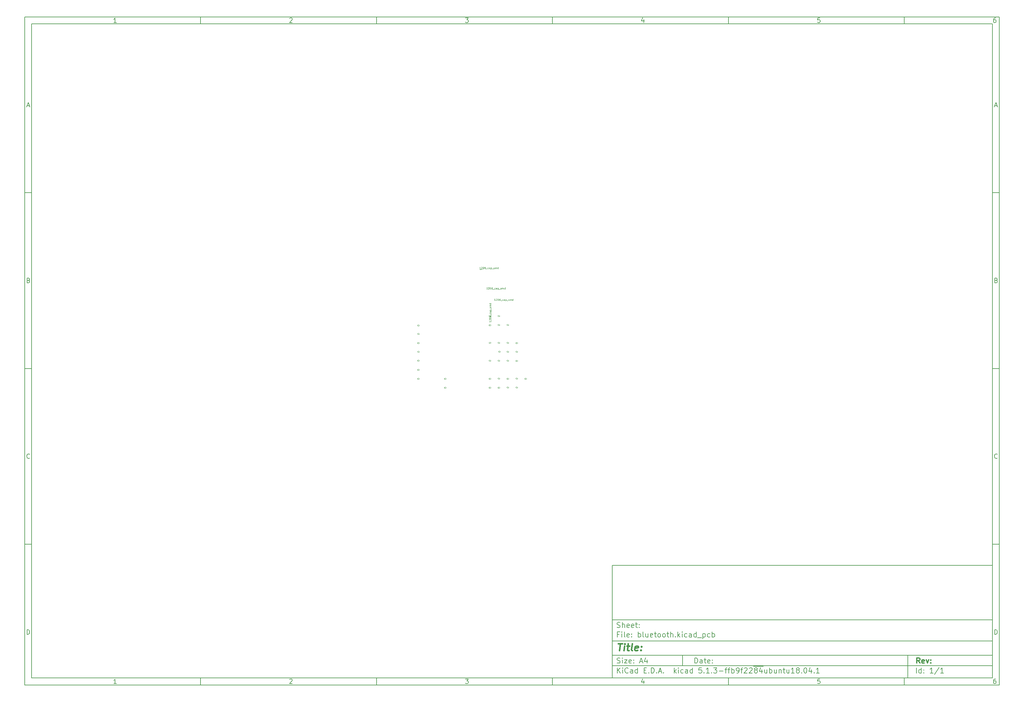
<source format=gbr>
%TF.GenerationSoftware,KiCad,Pcbnew,5.1.3-ffb9f22~84~ubuntu18.04.1*%
%TF.CreationDate,2019-07-25T20:13:38+03:00*%
%TF.ProjectId,bluetooth,626c7565-746f-46f7-9468-2e6b69636164,rev?*%
%TF.SameCoordinates,Original*%
%TF.FileFunction,Other,Fab,Top*%
%FSLAX45Y45*%
G04 Gerber Fmt 4.5, Leading zero omitted, Abs format (unit mm)*
G04 Created by KiCad (PCBNEW 5.1.3-ffb9f22~84~ubuntu18.04.1) date 2019-07-25 20:13:38*
%MOMM*%
%LPD*%
G04 APERTURE LIST*
%ADD10C,0.100000*%
%ADD11C,0.150000*%
%ADD12C,0.300000*%
%ADD13C,0.400000*%
%ADD14C,0.010000*%
G04 APERTURE END LIST*
D10*
D11*
X17700220Y-16600720D02*
X17700220Y-19800720D01*
X28500220Y-19800720D01*
X28500220Y-16600720D01*
X17700220Y-16600720D01*
D10*
D11*
X1000000Y-1000000D02*
X1000000Y-20000720D01*
X28700220Y-20000720D01*
X28700220Y-1000000D01*
X1000000Y-1000000D01*
D10*
D11*
X1200000Y-1200000D02*
X1200000Y-19800720D01*
X28500220Y-19800720D01*
X28500220Y-1200000D01*
X1200000Y-1200000D01*
D10*
D11*
X6000000Y-1200000D02*
X6000000Y-1000000D01*
D10*
D11*
X11000000Y-1200000D02*
X11000000Y-1000000D01*
D10*
D11*
X16000000Y-1200000D02*
X16000000Y-1000000D01*
D10*
D11*
X21000000Y-1200000D02*
X21000000Y-1000000D01*
D10*
D11*
X26000000Y-1200000D02*
X26000000Y-1000000D01*
D10*
D11*
X3606548Y-1158810D02*
X3532262Y-1158810D01*
X3569405Y-1158810D02*
X3569405Y-1028809D01*
X3557024Y-1047381D01*
X3544643Y-1059762D01*
X3532262Y-1065952D01*
D10*
D11*
X8532262Y-1041190D02*
X8538452Y-1035000D01*
X8550833Y-1028809D01*
X8581786Y-1028809D01*
X8594167Y-1035000D01*
X8600357Y-1041190D01*
X8606548Y-1053571D01*
X8606548Y-1065952D01*
X8600357Y-1084524D01*
X8526071Y-1158810D01*
X8606548Y-1158810D01*
D10*
D11*
X13526071Y-1028809D02*
X13606548Y-1028809D01*
X13563214Y-1078333D01*
X13581786Y-1078333D01*
X13594167Y-1084524D01*
X13600357Y-1090714D01*
X13606548Y-1103095D01*
X13606548Y-1134048D01*
X13600357Y-1146429D01*
X13594167Y-1152619D01*
X13581786Y-1158810D01*
X13544643Y-1158810D01*
X13532262Y-1152619D01*
X13526071Y-1146429D01*
D10*
D11*
X18594167Y-1072143D02*
X18594167Y-1158810D01*
X18563214Y-1022619D02*
X18532262Y-1115476D01*
X18612738Y-1115476D01*
D10*
D11*
X23600357Y-1028809D02*
X23538452Y-1028809D01*
X23532262Y-1090714D01*
X23538452Y-1084524D01*
X23550833Y-1078333D01*
X23581786Y-1078333D01*
X23594167Y-1084524D01*
X23600357Y-1090714D01*
X23606548Y-1103095D01*
X23606548Y-1134048D01*
X23600357Y-1146429D01*
X23594167Y-1152619D01*
X23581786Y-1158810D01*
X23550833Y-1158810D01*
X23538452Y-1152619D01*
X23532262Y-1146429D01*
D10*
D11*
X28594167Y-1028809D02*
X28569405Y-1028809D01*
X28557024Y-1035000D01*
X28550833Y-1041190D01*
X28538452Y-1059762D01*
X28532262Y-1084524D01*
X28532262Y-1134048D01*
X28538452Y-1146429D01*
X28544643Y-1152619D01*
X28557024Y-1158810D01*
X28581786Y-1158810D01*
X28594167Y-1152619D01*
X28600357Y-1146429D01*
X28606548Y-1134048D01*
X28606548Y-1103095D01*
X28600357Y-1090714D01*
X28594167Y-1084524D01*
X28581786Y-1078333D01*
X28557024Y-1078333D01*
X28544643Y-1084524D01*
X28538452Y-1090714D01*
X28532262Y-1103095D01*
D10*
D11*
X6000000Y-19800720D02*
X6000000Y-20000720D01*
D10*
D11*
X11000000Y-19800720D02*
X11000000Y-20000720D01*
D10*
D11*
X16000000Y-19800720D02*
X16000000Y-20000720D01*
D10*
D11*
X21000000Y-19800720D02*
X21000000Y-20000720D01*
D10*
D11*
X26000000Y-19800720D02*
X26000000Y-20000720D01*
D10*
D11*
X3606548Y-19959530D02*
X3532262Y-19959530D01*
X3569405Y-19959530D02*
X3569405Y-19829530D01*
X3557024Y-19848101D01*
X3544643Y-19860482D01*
X3532262Y-19866672D01*
D10*
D11*
X8532262Y-19841910D02*
X8538452Y-19835720D01*
X8550833Y-19829530D01*
X8581786Y-19829530D01*
X8594167Y-19835720D01*
X8600357Y-19841910D01*
X8606548Y-19854291D01*
X8606548Y-19866672D01*
X8600357Y-19885244D01*
X8526071Y-19959530D01*
X8606548Y-19959530D01*
D10*
D11*
X13526071Y-19829530D02*
X13606548Y-19829530D01*
X13563214Y-19879053D01*
X13581786Y-19879053D01*
X13594167Y-19885244D01*
X13600357Y-19891434D01*
X13606548Y-19903815D01*
X13606548Y-19934768D01*
X13600357Y-19947149D01*
X13594167Y-19953339D01*
X13581786Y-19959530D01*
X13544643Y-19959530D01*
X13532262Y-19953339D01*
X13526071Y-19947149D01*
D10*
D11*
X18594167Y-19872863D02*
X18594167Y-19959530D01*
X18563214Y-19823339D02*
X18532262Y-19916196D01*
X18612738Y-19916196D01*
D10*
D11*
X23600357Y-19829530D02*
X23538452Y-19829530D01*
X23532262Y-19891434D01*
X23538452Y-19885244D01*
X23550833Y-19879053D01*
X23581786Y-19879053D01*
X23594167Y-19885244D01*
X23600357Y-19891434D01*
X23606548Y-19903815D01*
X23606548Y-19934768D01*
X23600357Y-19947149D01*
X23594167Y-19953339D01*
X23581786Y-19959530D01*
X23550833Y-19959530D01*
X23538452Y-19953339D01*
X23532262Y-19947149D01*
D10*
D11*
X28594167Y-19829530D02*
X28569405Y-19829530D01*
X28557024Y-19835720D01*
X28550833Y-19841910D01*
X28538452Y-19860482D01*
X28532262Y-19885244D01*
X28532262Y-19934768D01*
X28538452Y-19947149D01*
X28544643Y-19953339D01*
X28557024Y-19959530D01*
X28581786Y-19959530D01*
X28594167Y-19953339D01*
X28600357Y-19947149D01*
X28606548Y-19934768D01*
X28606548Y-19903815D01*
X28600357Y-19891434D01*
X28594167Y-19885244D01*
X28581786Y-19879053D01*
X28557024Y-19879053D01*
X28544643Y-19885244D01*
X28538452Y-19891434D01*
X28532262Y-19903815D01*
D10*
D11*
X1000000Y-6000000D02*
X1200000Y-6000000D01*
D10*
D11*
X1000000Y-11000000D02*
X1200000Y-11000000D01*
D10*
D11*
X1000000Y-16000000D02*
X1200000Y-16000000D01*
D10*
D11*
X1069048Y-3521667D02*
X1130952Y-3521667D01*
X1056667Y-3558809D02*
X1100000Y-3428809D01*
X1143333Y-3558809D01*
D10*
D11*
X1109286Y-8490714D02*
X1127857Y-8496905D01*
X1134048Y-8503095D01*
X1140238Y-8515476D01*
X1140238Y-8534048D01*
X1134048Y-8546429D01*
X1127857Y-8552619D01*
X1115476Y-8558810D01*
X1065952Y-8558810D01*
X1065952Y-8428810D01*
X1109286Y-8428810D01*
X1121667Y-8435000D01*
X1127857Y-8441190D01*
X1134048Y-8453571D01*
X1134048Y-8465952D01*
X1127857Y-8478333D01*
X1121667Y-8484524D01*
X1109286Y-8490714D01*
X1065952Y-8490714D01*
D10*
D11*
X1140238Y-13546428D02*
X1134048Y-13552619D01*
X1115476Y-13558809D01*
X1103095Y-13558809D01*
X1084524Y-13552619D01*
X1072143Y-13540238D01*
X1065952Y-13527857D01*
X1059762Y-13503095D01*
X1059762Y-13484524D01*
X1065952Y-13459762D01*
X1072143Y-13447381D01*
X1084524Y-13435000D01*
X1103095Y-13428809D01*
X1115476Y-13428809D01*
X1134048Y-13435000D01*
X1140238Y-13441190D01*
D10*
D11*
X1065952Y-18558810D02*
X1065952Y-18428810D01*
X1096905Y-18428810D01*
X1115476Y-18435000D01*
X1127857Y-18447381D01*
X1134048Y-18459762D01*
X1140238Y-18484524D01*
X1140238Y-18503095D01*
X1134048Y-18527857D01*
X1127857Y-18540238D01*
X1115476Y-18552619D01*
X1096905Y-18558810D01*
X1065952Y-18558810D01*
D10*
D11*
X28700220Y-6000000D02*
X28500220Y-6000000D01*
D10*
D11*
X28700220Y-11000000D02*
X28500220Y-11000000D01*
D10*
D11*
X28700220Y-16000000D02*
X28500220Y-16000000D01*
D10*
D11*
X28569268Y-3521667D02*
X28631172Y-3521667D01*
X28556887Y-3558809D02*
X28600220Y-3428809D01*
X28643553Y-3558809D01*
D10*
D11*
X28609506Y-8490714D02*
X28628077Y-8496905D01*
X28634268Y-8503095D01*
X28640458Y-8515476D01*
X28640458Y-8534048D01*
X28634268Y-8546429D01*
X28628077Y-8552619D01*
X28615696Y-8558810D01*
X28566172Y-8558810D01*
X28566172Y-8428810D01*
X28609506Y-8428810D01*
X28621887Y-8435000D01*
X28628077Y-8441190D01*
X28634268Y-8453571D01*
X28634268Y-8465952D01*
X28628077Y-8478333D01*
X28621887Y-8484524D01*
X28609506Y-8490714D01*
X28566172Y-8490714D01*
D10*
D11*
X28640458Y-13546428D02*
X28634268Y-13552619D01*
X28615696Y-13558809D01*
X28603315Y-13558809D01*
X28584744Y-13552619D01*
X28572363Y-13540238D01*
X28566172Y-13527857D01*
X28559982Y-13503095D01*
X28559982Y-13484524D01*
X28566172Y-13459762D01*
X28572363Y-13447381D01*
X28584744Y-13435000D01*
X28603315Y-13428809D01*
X28615696Y-13428809D01*
X28634268Y-13435000D01*
X28640458Y-13441190D01*
D10*
D11*
X28566172Y-18558810D02*
X28566172Y-18428810D01*
X28597125Y-18428810D01*
X28615696Y-18435000D01*
X28628077Y-18447381D01*
X28634268Y-18459762D01*
X28640458Y-18484524D01*
X28640458Y-18503095D01*
X28634268Y-18527857D01*
X28628077Y-18540238D01*
X28615696Y-18552619D01*
X28597125Y-18558810D01*
X28566172Y-18558810D01*
D10*
D11*
X20043434Y-19378577D02*
X20043434Y-19228577D01*
X20079149Y-19228577D01*
X20100577Y-19235720D01*
X20114863Y-19250006D01*
X20122006Y-19264291D01*
X20129149Y-19292863D01*
X20129149Y-19314291D01*
X20122006Y-19342863D01*
X20114863Y-19357149D01*
X20100577Y-19371434D01*
X20079149Y-19378577D01*
X20043434Y-19378577D01*
X20257720Y-19378577D02*
X20257720Y-19300006D01*
X20250577Y-19285720D01*
X20236291Y-19278577D01*
X20207720Y-19278577D01*
X20193434Y-19285720D01*
X20257720Y-19371434D02*
X20243434Y-19378577D01*
X20207720Y-19378577D01*
X20193434Y-19371434D01*
X20186291Y-19357149D01*
X20186291Y-19342863D01*
X20193434Y-19328577D01*
X20207720Y-19321434D01*
X20243434Y-19321434D01*
X20257720Y-19314291D01*
X20307720Y-19278577D02*
X20364863Y-19278577D01*
X20329149Y-19228577D02*
X20329149Y-19357149D01*
X20336291Y-19371434D01*
X20350577Y-19378577D01*
X20364863Y-19378577D01*
X20472006Y-19371434D02*
X20457720Y-19378577D01*
X20429149Y-19378577D01*
X20414863Y-19371434D01*
X20407720Y-19357149D01*
X20407720Y-19300006D01*
X20414863Y-19285720D01*
X20429149Y-19278577D01*
X20457720Y-19278577D01*
X20472006Y-19285720D01*
X20479149Y-19300006D01*
X20479149Y-19314291D01*
X20407720Y-19328577D01*
X20543434Y-19364291D02*
X20550577Y-19371434D01*
X20543434Y-19378577D01*
X20536291Y-19371434D01*
X20543434Y-19364291D01*
X20543434Y-19378577D01*
X20543434Y-19285720D02*
X20550577Y-19292863D01*
X20543434Y-19300006D01*
X20536291Y-19292863D01*
X20543434Y-19285720D01*
X20543434Y-19300006D01*
D10*
D11*
X17700220Y-19450720D02*
X28500220Y-19450720D01*
D10*
D11*
X17843434Y-19658577D02*
X17843434Y-19508577D01*
X17929149Y-19658577D02*
X17864863Y-19572863D01*
X17929149Y-19508577D02*
X17843434Y-19594291D01*
X17993434Y-19658577D02*
X17993434Y-19558577D01*
X17993434Y-19508577D02*
X17986291Y-19515720D01*
X17993434Y-19522863D01*
X18000577Y-19515720D01*
X17993434Y-19508577D01*
X17993434Y-19522863D01*
X18150577Y-19644291D02*
X18143434Y-19651434D01*
X18122006Y-19658577D01*
X18107720Y-19658577D01*
X18086291Y-19651434D01*
X18072006Y-19637149D01*
X18064863Y-19622863D01*
X18057720Y-19594291D01*
X18057720Y-19572863D01*
X18064863Y-19544291D01*
X18072006Y-19530006D01*
X18086291Y-19515720D01*
X18107720Y-19508577D01*
X18122006Y-19508577D01*
X18143434Y-19515720D01*
X18150577Y-19522863D01*
X18279149Y-19658577D02*
X18279149Y-19580006D01*
X18272006Y-19565720D01*
X18257720Y-19558577D01*
X18229149Y-19558577D01*
X18214863Y-19565720D01*
X18279149Y-19651434D02*
X18264863Y-19658577D01*
X18229149Y-19658577D01*
X18214863Y-19651434D01*
X18207720Y-19637149D01*
X18207720Y-19622863D01*
X18214863Y-19608577D01*
X18229149Y-19601434D01*
X18264863Y-19601434D01*
X18279149Y-19594291D01*
X18414863Y-19658577D02*
X18414863Y-19508577D01*
X18414863Y-19651434D02*
X18400577Y-19658577D01*
X18372006Y-19658577D01*
X18357720Y-19651434D01*
X18350577Y-19644291D01*
X18343434Y-19630006D01*
X18343434Y-19587149D01*
X18350577Y-19572863D01*
X18357720Y-19565720D01*
X18372006Y-19558577D01*
X18400577Y-19558577D01*
X18414863Y-19565720D01*
X18600577Y-19580006D02*
X18650577Y-19580006D01*
X18672006Y-19658577D02*
X18600577Y-19658577D01*
X18600577Y-19508577D01*
X18672006Y-19508577D01*
X18736291Y-19644291D02*
X18743434Y-19651434D01*
X18736291Y-19658577D01*
X18729149Y-19651434D01*
X18736291Y-19644291D01*
X18736291Y-19658577D01*
X18807720Y-19658577D02*
X18807720Y-19508577D01*
X18843434Y-19508577D01*
X18864863Y-19515720D01*
X18879149Y-19530006D01*
X18886291Y-19544291D01*
X18893434Y-19572863D01*
X18893434Y-19594291D01*
X18886291Y-19622863D01*
X18879149Y-19637149D01*
X18864863Y-19651434D01*
X18843434Y-19658577D01*
X18807720Y-19658577D01*
X18957720Y-19644291D02*
X18964863Y-19651434D01*
X18957720Y-19658577D01*
X18950577Y-19651434D01*
X18957720Y-19644291D01*
X18957720Y-19658577D01*
X19022006Y-19615720D02*
X19093434Y-19615720D01*
X19007720Y-19658577D02*
X19057720Y-19508577D01*
X19107720Y-19658577D01*
X19157720Y-19644291D02*
X19164863Y-19651434D01*
X19157720Y-19658577D01*
X19150577Y-19651434D01*
X19157720Y-19644291D01*
X19157720Y-19658577D01*
X19457720Y-19658577D02*
X19457720Y-19508577D01*
X19472006Y-19601434D02*
X19514863Y-19658577D01*
X19514863Y-19558577D02*
X19457720Y-19615720D01*
X19579149Y-19658577D02*
X19579149Y-19558577D01*
X19579149Y-19508577D02*
X19572006Y-19515720D01*
X19579149Y-19522863D01*
X19586291Y-19515720D01*
X19579149Y-19508577D01*
X19579149Y-19522863D01*
X19714863Y-19651434D02*
X19700577Y-19658577D01*
X19672006Y-19658577D01*
X19657720Y-19651434D01*
X19650577Y-19644291D01*
X19643434Y-19630006D01*
X19643434Y-19587149D01*
X19650577Y-19572863D01*
X19657720Y-19565720D01*
X19672006Y-19558577D01*
X19700577Y-19558577D01*
X19714863Y-19565720D01*
X19843434Y-19658577D02*
X19843434Y-19580006D01*
X19836291Y-19565720D01*
X19822006Y-19558577D01*
X19793434Y-19558577D01*
X19779149Y-19565720D01*
X19843434Y-19651434D02*
X19829149Y-19658577D01*
X19793434Y-19658577D01*
X19779149Y-19651434D01*
X19772006Y-19637149D01*
X19772006Y-19622863D01*
X19779149Y-19608577D01*
X19793434Y-19601434D01*
X19829149Y-19601434D01*
X19843434Y-19594291D01*
X19979149Y-19658577D02*
X19979149Y-19508577D01*
X19979149Y-19651434D02*
X19964863Y-19658577D01*
X19936291Y-19658577D01*
X19922006Y-19651434D01*
X19914863Y-19644291D01*
X19907720Y-19630006D01*
X19907720Y-19587149D01*
X19914863Y-19572863D01*
X19922006Y-19565720D01*
X19936291Y-19558577D01*
X19964863Y-19558577D01*
X19979149Y-19565720D01*
X20236291Y-19508577D02*
X20164863Y-19508577D01*
X20157720Y-19580006D01*
X20164863Y-19572863D01*
X20179149Y-19565720D01*
X20214863Y-19565720D01*
X20229149Y-19572863D01*
X20236291Y-19580006D01*
X20243434Y-19594291D01*
X20243434Y-19630006D01*
X20236291Y-19644291D01*
X20229149Y-19651434D01*
X20214863Y-19658577D01*
X20179149Y-19658577D01*
X20164863Y-19651434D01*
X20157720Y-19644291D01*
X20307720Y-19644291D02*
X20314863Y-19651434D01*
X20307720Y-19658577D01*
X20300577Y-19651434D01*
X20307720Y-19644291D01*
X20307720Y-19658577D01*
X20457720Y-19658577D02*
X20372006Y-19658577D01*
X20414863Y-19658577D02*
X20414863Y-19508577D01*
X20400577Y-19530006D01*
X20386291Y-19544291D01*
X20372006Y-19551434D01*
X20522006Y-19644291D02*
X20529149Y-19651434D01*
X20522006Y-19658577D01*
X20514863Y-19651434D01*
X20522006Y-19644291D01*
X20522006Y-19658577D01*
X20579149Y-19508577D02*
X20672006Y-19508577D01*
X20622006Y-19565720D01*
X20643434Y-19565720D01*
X20657720Y-19572863D01*
X20664863Y-19580006D01*
X20672006Y-19594291D01*
X20672006Y-19630006D01*
X20664863Y-19644291D01*
X20657720Y-19651434D01*
X20643434Y-19658577D01*
X20600577Y-19658577D01*
X20586291Y-19651434D01*
X20579149Y-19644291D01*
X20736291Y-19601434D02*
X20850577Y-19601434D01*
X20900577Y-19558577D02*
X20957720Y-19558577D01*
X20922006Y-19658577D02*
X20922006Y-19530006D01*
X20929149Y-19515720D01*
X20943434Y-19508577D01*
X20957720Y-19508577D01*
X20986291Y-19558577D02*
X21043434Y-19558577D01*
X21007720Y-19658577D02*
X21007720Y-19530006D01*
X21014863Y-19515720D01*
X21029149Y-19508577D01*
X21043434Y-19508577D01*
X21093434Y-19658577D02*
X21093434Y-19508577D01*
X21093434Y-19565720D02*
X21107720Y-19558577D01*
X21136291Y-19558577D01*
X21150577Y-19565720D01*
X21157720Y-19572863D01*
X21164863Y-19587149D01*
X21164863Y-19630006D01*
X21157720Y-19644291D01*
X21150577Y-19651434D01*
X21136291Y-19658577D01*
X21107720Y-19658577D01*
X21093434Y-19651434D01*
X21236291Y-19658577D02*
X21264863Y-19658577D01*
X21279149Y-19651434D01*
X21286291Y-19644291D01*
X21300577Y-19622863D01*
X21307720Y-19594291D01*
X21307720Y-19537149D01*
X21300577Y-19522863D01*
X21293434Y-19515720D01*
X21279149Y-19508577D01*
X21250577Y-19508577D01*
X21236291Y-19515720D01*
X21229149Y-19522863D01*
X21222006Y-19537149D01*
X21222006Y-19572863D01*
X21229149Y-19587149D01*
X21236291Y-19594291D01*
X21250577Y-19601434D01*
X21279149Y-19601434D01*
X21293434Y-19594291D01*
X21300577Y-19587149D01*
X21307720Y-19572863D01*
X21350577Y-19558577D02*
X21407720Y-19558577D01*
X21372006Y-19658577D02*
X21372006Y-19530006D01*
X21379149Y-19515720D01*
X21393434Y-19508577D01*
X21407720Y-19508577D01*
X21450577Y-19522863D02*
X21457720Y-19515720D01*
X21472006Y-19508577D01*
X21507720Y-19508577D01*
X21522006Y-19515720D01*
X21529149Y-19522863D01*
X21536291Y-19537149D01*
X21536291Y-19551434D01*
X21529149Y-19572863D01*
X21443434Y-19658577D01*
X21536291Y-19658577D01*
X21593434Y-19522863D02*
X21600577Y-19515720D01*
X21614863Y-19508577D01*
X21650577Y-19508577D01*
X21664863Y-19515720D01*
X21672006Y-19522863D01*
X21679149Y-19537149D01*
X21679149Y-19551434D01*
X21672006Y-19572863D01*
X21586291Y-19658577D01*
X21679149Y-19658577D01*
X21707720Y-19467720D02*
X21850577Y-19467720D01*
X21764863Y-19572863D02*
X21750577Y-19565720D01*
X21743434Y-19558577D01*
X21736291Y-19544291D01*
X21736291Y-19537149D01*
X21743434Y-19522863D01*
X21750577Y-19515720D01*
X21764863Y-19508577D01*
X21793434Y-19508577D01*
X21807720Y-19515720D01*
X21814863Y-19522863D01*
X21822006Y-19537149D01*
X21822006Y-19544291D01*
X21814863Y-19558577D01*
X21807720Y-19565720D01*
X21793434Y-19572863D01*
X21764863Y-19572863D01*
X21750577Y-19580006D01*
X21743434Y-19587149D01*
X21736291Y-19601434D01*
X21736291Y-19630006D01*
X21743434Y-19644291D01*
X21750577Y-19651434D01*
X21764863Y-19658577D01*
X21793434Y-19658577D01*
X21807720Y-19651434D01*
X21814863Y-19644291D01*
X21822006Y-19630006D01*
X21822006Y-19601434D01*
X21814863Y-19587149D01*
X21807720Y-19580006D01*
X21793434Y-19572863D01*
X21850577Y-19467720D02*
X21993434Y-19467720D01*
X21950577Y-19558577D02*
X21950577Y-19658577D01*
X21914863Y-19501434D02*
X21879149Y-19608577D01*
X21972006Y-19608577D01*
X22093434Y-19558577D02*
X22093434Y-19658577D01*
X22029149Y-19558577D02*
X22029149Y-19637149D01*
X22036291Y-19651434D01*
X22050577Y-19658577D01*
X22072006Y-19658577D01*
X22086291Y-19651434D01*
X22093434Y-19644291D01*
X22164863Y-19658577D02*
X22164863Y-19508577D01*
X22164863Y-19565720D02*
X22179149Y-19558577D01*
X22207720Y-19558577D01*
X22222006Y-19565720D01*
X22229149Y-19572863D01*
X22236291Y-19587149D01*
X22236291Y-19630006D01*
X22229149Y-19644291D01*
X22222006Y-19651434D01*
X22207720Y-19658577D01*
X22179149Y-19658577D01*
X22164863Y-19651434D01*
X22364863Y-19558577D02*
X22364863Y-19658577D01*
X22300577Y-19558577D02*
X22300577Y-19637149D01*
X22307720Y-19651434D01*
X22322006Y-19658577D01*
X22343434Y-19658577D01*
X22357720Y-19651434D01*
X22364863Y-19644291D01*
X22436291Y-19558577D02*
X22436291Y-19658577D01*
X22436291Y-19572863D02*
X22443434Y-19565720D01*
X22457720Y-19558577D01*
X22479148Y-19558577D01*
X22493434Y-19565720D01*
X22500577Y-19580006D01*
X22500577Y-19658577D01*
X22550577Y-19558577D02*
X22607720Y-19558577D01*
X22572006Y-19508577D02*
X22572006Y-19637149D01*
X22579148Y-19651434D01*
X22593434Y-19658577D01*
X22607720Y-19658577D01*
X22722006Y-19558577D02*
X22722006Y-19658577D01*
X22657720Y-19558577D02*
X22657720Y-19637149D01*
X22664863Y-19651434D01*
X22679148Y-19658577D01*
X22700577Y-19658577D01*
X22714863Y-19651434D01*
X22722006Y-19644291D01*
X22872006Y-19658577D02*
X22786291Y-19658577D01*
X22829148Y-19658577D02*
X22829148Y-19508577D01*
X22814863Y-19530006D01*
X22800577Y-19544291D01*
X22786291Y-19551434D01*
X22957720Y-19572863D02*
X22943434Y-19565720D01*
X22936291Y-19558577D01*
X22929148Y-19544291D01*
X22929148Y-19537149D01*
X22936291Y-19522863D01*
X22943434Y-19515720D01*
X22957720Y-19508577D01*
X22986291Y-19508577D01*
X23000577Y-19515720D01*
X23007720Y-19522863D01*
X23014863Y-19537149D01*
X23014863Y-19544291D01*
X23007720Y-19558577D01*
X23000577Y-19565720D01*
X22986291Y-19572863D01*
X22957720Y-19572863D01*
X22943434Y-19580006D01*
X22936291Y-19587149D01*
X22929148Y-19601434D01*
X22929148Y-19630006D01*
X22936291Y-19644291D01*
X22943434Y-19651434D01*
X22957720Y-19658577D01*
X22986291Y-19658577D01*
X23000577Y-19651434D01*
X23007720Y-19644291D01*
X23014863Y-19630006D01*
X23014863Y-19601434D01*
X23007720Y-19587149D01*
X23000577Y-19580006D01*
X22986291Y-19572863D01*
X23079148Y-19644291D02*
X23086291Y-19651434D01*
X23079148Y-19658577D01*
X23072006Y-19651434D01*
X23079148Y-19644291D01*
X23079148Y-19658577D01*
X23179148Y-19508577D02*
X23193434Y-19508577D01*
X23207720Y-19515720D01*
X23214863Y-19522863D01*
X23222006Y-19537149D01*
X23229148Y-19565720D01*
X23229148Y-19601434D01*
X23222006Y-19630006D01*
X23214863Y-19644291D01*
X23207720Y-19651434D01*
X23193434Y-19658577D01*
X23179148Y-19658577D01*
X23164863Y-19651434D01*
X23157720Y-19644291D01*
X23150577Y-19630006D01*
X23143434Y-19601434D01*
X23143434Y-19565720D01*
X23150577Y-19537149D01*
X23157720Y-19522863D01*
X23164863Y-19515720D01*
X23179148Y-19508577D01*
X23357720Y-19558577D02*
X23357720Y-19658577D01*
X23322006Y-19501434D02*
X23286291Y-19608577D01*
X23379148Y-19608577D01*
X23436291Y-19644291D02*
X23443434Y-19651434D01*
X23436291Y-19658577D01*
X23429148Y-19651434D01*
X23436291Y-19644291D01*
X23436291Y-19658577D01*
X23586291Y-19658577D02*
X23500577Y-19658577D01*
X23543434Y-19658577D02*
X23543434Y-19508577D01*
X23529148Y-19530006D01*
X23514863Y-19544291D01*
X23500577Y-19551434D01*
D10*
D11*
X17700220Y-19150720D02*
X28500220Y-19150720D01*
D10*
D12*
X26441148Y-19378577D02*
X26391148Y-19307149D01*
X26355434Y-19378577D02*
X26355434Y-19228577D01*
X26412577Y-19228577D01*
X26426863Y-19235720D01*
X26434006Y-19242863D01*
X26441148Y-19257149D01*
X26441148Y-19278577D01*
X26434006Y-19292863D01*
X26426863Y-19300006D01*
X26412577Y-19307149D01*
X26355434Y-19307149D01*
X26562577Y-19371434D02*
X26548291Y-19378577D01*
X26519720Y-19378577D01*
X26505434Y-19371434D01*
X26498291Y-19357149D01*
X26498291Y-19300006D01*
X26505434Y-19285720D01*
X26519720Y-19278577D01*
X26548291Y-19278577D01*
X26562577Y-19285720D01*
X26569720Y-19300006D01*
X26569720Y-19314291D01*
X26498291Y-19328577D01*
X26619720Y-19278577D02*
X26655434Y-19378577D01*
X26691148Y-19278577D01*
X26748291Y-19364291D02*
X26755434Y-19371434D01*
X26748291Y-19378577D01*
X26741148Y-19371434D01*
X26748291Y-19364291D01*
X26748291Y-19378577D01*
X26748291Y-19285720D02*
X26755434Y-19292863D01*
X26748291Y-19300006D01*
X26741148Y-19292863D01*
X26748291Y-19285720D01*
X26748291Y-19300006D01*
D10*
D11*
X17836291Y-19371434D02*
X17857720Y-19378577D01*
X17893434Y-19378577D01*
X17907720Y-19371434D01*
X17914863Y-19364291D01*
X17922006Y-19350006D01*
X17922006Y-19335720D01*
X17914863Y-19321434D01*
X17907720Y-19314291D01*
X17893434Y-19307149D01*
X17864863Y-19300006D01*
X17850577Y-19292863D01*
X17843434Y-19285720D01*
X17836291Y-19271434D01*
X17836291Y-19257149D01*
X17843434Y-19242863D01*
X17850577Y-19235720D01*
X17864863Y-19228577D01*
X17900577Y-19228577D01*
X17922006Y-19235720D01*
X17986291Y-19378577D02*
X17986291Y-19278577D01*
X17986291Y-19228577D02*
X17979149Y-19235720D01*
X17986291Y-19242863D01*
X17993434Y-19235720D01*
X17986291Y-19228577D01*
X17986291Y-19242863D01*
X18043434Y-19278577D02*
X18122006Y-19278577D01*
X18043434Y-19378577D01*
X18122006Y-19378577D01*
X18236291Y-19371434D02*
X18222006Y-19378577D01*
X18193434Y-19378577D01*
X18179149Y-19371434D01*
X18172006Y-19357149D01*
X18172006Y-19300006D01*
X18179149Y-19285720D01*
X18193434Y-19278577D01*
X18222006Y-19278577D01*
X18236291Y-19285720D01*
X18243434Y-19300006D01*
X18243434Y-19314291D01*
X18172006Y-19328577D01*
X18307720Y-19364291D02*
X18314863Y-19371434D01*
X18307720Y-19378577D01*
X18300577Y-19371434D01*
X18307720Y-19364291D01*
X18307720Y-19378577D01*
X18307720Y-19285720D02*
X18314863Y-19292863D01*
X18307720Y-19300006D01*
X18300577Y-19292863D01*
X18307720Y-19285720D01*
X18307720Y-19300006D01*
X18486291Y-19335720D02*
X18557720Y-19335720D01*
X18472006Y-19378577D02*
X18522006Y-19228577D01*
X18572006Y-19378577D01*
X18686291Y-19278577D02*
X18686291Y-19378577D01*
X18650577Y-19221434D02*
X18614863Y-19328577D01*
X18707720Y-19328577D01*
D10*
D11*
X26343434Y-19658577D02*
X26343434Y-19508577D01*
X26479148Y-19658577D02*
X26479148Y-19508577D01*
X26479148Y-19651434D02*
X26464863Y-19658577D01*
X26436291Y-19658577D01*
X26422006Y-19651434D01*
X26414863Y-19644291D01*
X26407720Y-19630006D01*
X26407720Y-19587149D01*
X26414863Y-19572863D01*
X26422006Y-19565720D01*
X26436291Y-19558577D01*
X26464863Y-19558577D01*
X26479148Y-19565720D01*
X26550577Y-19644291D02*
X26557720Y-19651434D01*
X26550577Y-19658577D01*
X26543434Y-19651434D01*
X26550577Y-19644291D01*
X26550577Y-19658577D01*
X26550577Y-19565720D02*
X26557720Y-19572863D01*
X26550577Y-19580006D01*
X26543434Y-19572863D01*
X26550577Y-19565720D01*
X26550577Y-19580006D01*
X26814863Y-19658577D02*
X26729148Y-19658577D01*
X26772006Y-19658577D02*
X26772006Y-19508577D01*
X26757720Y-19530006D01*
X26743434Y-19544291D01*
X26729148Y-19551434D01*
X26986291Y-19501434D02*
X26857720Y-19694291D01*
X27114863Y-19658577D02*
X27029148Y-19658577D01*
X27072006Y-19658577D02*
X27072006Y-19508577D01*
X27057720Y-19530006D01*
X27043434Y-19544291D01*
X27029148Y-19551434D01*
D10*
D11*
X17700220Y-18750720D02*
X28500220Y-18750720D01*
D10*
D13*
X17871458Y-18821196D02*
X17985744Y-18821196D01*
X17903601Y-19021196D02*
X17928601Y-18821196D01*
X18027410Y-19021196D02*
X18044077Y-18887863D01*
X18052410Y-18821196D02*
X18041696Y-18830720D01*
X18050030Y-18840244D01*
X18060744Y-18830720D01*
X18052410Y-18821196D01*
X18050030Y-18840244D01*
X18110744Y-18887863D02*
X18186934Y-18887863D01*
X18147649Y-18821196D02*
X18126220Y-18992625D01*
X18133363Y-19011672D01*
X18151220Y-19021196D01*
X18170268Y-19021196D01*
X18265506Y-19021196D02*
X18247649Y-19011672D01*
X18240506Y-18992625D01*
X18261934Y-18821196D01*
X18419077Y-19011672D02*
X18398839Y-19021196D01*
X18360744Y-19021196D01*
X18342887Y-19011672D01*
X18335744Y-18992625D01*
X18345268Y-18916434D01*
X18357172Y-18897387D01*
X18377410Y-18887863D01*
X18415506Y-18887863D01*
X18433363Y-18897387D01*
X18440506Y-18916434D01*
X18438125Y-18935482D01*
X18340506Y-18954530D01*
X18515506Y-19002149D02*
X18523839Y-19011672D01*
X18513125Y-19021196D01*
X18504791Y-19011672D01*
X18515506Y-19002149D01*
X18513125Y-19021196D01*
X18528601Y-18897387D02*
X18536934Y-18906910D01*
X18526220Y-18916434D01*
X18517887Y-18906910D01*
X18528601Y-18897387D01*
X18526220Y-18916434D01*
D10*
D11*
X17893434Y-18560006D02*
X17843434Y-18560006D01*
X17843434Y-18638577D02*
X17843434Y-18488577D01*
X17914863Y-18488577D01*
X17972006Y-18638577D02*
X17972006Y-18538577D01*
X17972006Y-18488577D02*
X17964863Y-18495720D01*
X17972006Y-18502863D01*
X17979149Y-18495720D01*
X17972006Y-18488577D01*
X17972006Y-18502863D01*
X18064863Y-18638577D02*
X18050577Y-18631434D01*
X18043434Y-18617149D01*
X18043434Y-18488577D01*
X18179149Y-18631434D02*
X18164863Y-18638577D01*
X18136291Y-18638577D01*
X18122006Y-18631434D01*
X18114863Y-18617149D01*
X18114863Y-18560006D01*
X18122006Y-18545720D01*
X18136291Y-18538577D01*
X18164863Y-18538577D01*
X18179149Y-18545720D01*
X18186291Y-18560006D01*
X18186291Y-18574291D01*
X18114863Y-18588577D01*
X18250577Y-18624291D02*
X18257720Y-18631434D01*
X18250577Y-18638577D01*
X18243434Y-18631434D01*
X18250577Y-18624291D01*
X18250577Y-18638577D01*
X18250577Y-18545720D02*
X18257720Y-18552863D01*
X18250577Y-18560006D01*
X18243434Y-18552863D01*
X18250577Y-18545720D01*
X18250577Y-18560006D01*
X18436291Y-18638577D02*
X18436291Y-18488577D01*
X18436291Y-18545720D02*
X18450577Y-18538577D01*
X18479149Y-18538577D01*
X18493434Y-18545720D01*
X18500577Y-18552863D01*
X18507720Y-18567149D01*
X18507720Y-18610006D01*
X18500577Y-18624291D01*
X18493434Y-18631434D01*
X18479149Y-18638577D01*
X18450577Y-18638577D01*
X18436291Y-18631434D01*
X18593434Y-18638577D02*
X18579149Y-18631434D01*
X18572006Y-18617149D01*
X18572006Y-18488577D01*
X18714863Y-18538577D02*
X18714863Y-18638577D01*
X18650577Y-18538577D02*
X18650577Y-18617149D01*
X18657720Y-18631434D01*
X18672006Y-18638577D01*
X18693434Y-18638577D01*
X18707720Y-18631434D01*
X18714863Y-18624291D01*
X18843434Y-18631434D02*
X18829149Y-18638577D01*
X18800577Y-18638577D01*
X18786291Y-18631434D01*
X18779149Y-18617149D01*
X18779149Y-18560006D01*
X18786291Y-18545720D01*
X18800577Y-18538577D01*
X18829149Y-18538577D01*
X18843434Y-18545720D01*
X18850577Y-18560006D01*
X18850577Y-18574291D01*
X18779149Y-18588577D01*
X18893434Y-18538577D02*
X18950577Y-18538577D01*
X18914863Y-18488577D02*
X18914863Y-18617149D01*
X18922006Y-18631434D01*
X18936291Y-18638577D01*
X18950577Y-18638577D01*
X19022006Y-18638577D02*
X19007720Y-18631434D01*
X19000577Y-18624291D01*
X18993434Y-18610006D01*
X18993434Y-18567149D01*
X19000577Y-18552863D01*
X19007720Y-18545720D01*
X19022006Y-18538577D01*
X19043434Y-18538577D01*
X19057720Y-18545720D01*
X19064863Y-18552863D01*
X19072006Y-18567149D01*
X19072006Y-18610006D01*
X19064863Y-18624291D01*
X19057720Y-18631434D01*
X19043434Y-18638577D01*
X19022006Y-18638577D01*
X19157720Y-18638577D02*
X19143434Y-18631434D01*
X19136291Y-18624291D01*
X19129149Y-18610006D01*
X19129149Y-18567149D01*
X19136291Y-18552863D01*
X19143434Y-18545720D01*
X19157720Y-18538577D01*
X19179149Y-18538577D01*
X19193434Y-18545720D01*
X19200577Y-18552863D01*
X19207720Y-18567149D01*
X19207720Y-18610006D01*
X19200577Y-18624291D01*
X19193434Y-18631434D01*
X19179149Y-18638577D01*
X19157720Y-18638577D01*
X19250577Y-18538577D02*
X19307720Y-18538577D01*
X19272006Y-18488577D02*
X19272006Y-18617149D01*
X19279149Y-18631434D01*
X19293434Y-18638577D01*
X19307720Y-18638577D01*
X19357720Y-18638577D02*
X19357720Y-18488577D01*
X19422006Y-18638577D02*
X19422006Y-18560006D01*
X19414863Y-18545720D01*
X19400577Y-18538577D01*
X19379149Y-18538577D01*
X19364863Y-18545720D01*
X19357720Y-18552863D01*
X19493434Y-18624291D02*
X19500577Y-18631434D01*
X19493434Y-18638577D01*
X19486291Y-18631434D01*
X19493434Y-18624291D01*
X19493434Y-18638577D01*
X19564863Y-18638577D02*
X19564863Y-18488577D01*
X19579149Y-18581434D02*
X19622006Y-18638577D01*
X19622006Y-18538577D02*
X19564863Y-18595720D01*
X19686291Y-18638577D02*
X19686291Y-18538577D01*
X19686291Y-18488577D02*
X19679149Y-18495720D01*
X19686291Y-18502863D01*
X19693434Y-18495720D01*
X19686291Y-18488577D01*
X19686291Y-18502863D01*
X19822006Y-18631434D02*
X19807720Y-18638577D01*
X19779149Y-18638577D01*
X19764863Y-18631434D01*
X19757720Y-18624291D01*
X19750577Y-18610006D01*
X19750577Y-18567149D01*
X19757720Y-18552863D01*
X19764863Y-18545720D01*
X19779149Y-18538577D01*
X19807720Y-18538577D01*
X19822006Y-18545720D01*
X19950577Y-18638577D02*
X19950577Y-18560006D01*
X19943434Y-18545720D01*
X19929149Y-18538577D01*
X19900577Y-18538577D01*
X19886291Y-18545720D01*
X19950577Y-18631434D02*
X19936291Y-18638577D01*
X19900577Y-18638577D01*
X19886291Y-18631434D01*
X19879149Y-18617149D01*
X19879149Y-18602863D01*
X19886291Y-18588577D01*
X19900577Y-18581434D01*
X19936291Y-18581434D01*
X19950577Y-18574291D01*
X20086291Y-18638577D02*
X20086291Y-18488577D01*
X20086291Y-18631434D02*
X20072006Y-18638577D01*
X20043434Y-18638577D01*
X20029149Y-18631434D01*
X20022006Y-18624291D01*
X20014863Y-18610006D01*
X20014863Y-18567149D01*
X20022006Y-18552863D01*
X20029149Y-18545720D01*
X20043434Y-18538577D01*
X20072006Y-18538577D01*
X20086291Y-18545720D01*
X20122006Y-18652863D02*
X20236291Y-18652863D01*
X20272006Y-18538577D02*
X20272006Y-18688577D01*
X20272006Y-18545720D02*
X20286291Y-18538577D01*
X20314863Y-18538577D01*
X20329149Y-18545720D01*
X20336291Y-18552863D01*
X20343434Y-18567149D01*
X20343434Y-18610006D01*
X20336291Y-18624291D01*
X20329149Y-18631434D01*
X20314863Y-18638577D01*
X20286291Y-18638577D01*
X20272006Y-18631434D01*
X20472006Y-18631434D02*
X20457720Y-18638577D01*
X20429149Y-18638577D01*
X20414863Y-18631434D01*
X20407720Y-18624291D01*
X20400577Y-18610006D01*
X20400577Y-18567149D01*
X20407720Y-18552863D01*
X20414863Y-18545720D01*
X20429149Y-18538577D01*
X20457720Y-18538577D01*
X20472006Y-18545720D01*
X20536291Y-18638577D02*
X20536291Y-18488577D01*
X20536291Y-18545720D02*
X20550577Y-18538577D01*
X20579149Y-18538577D01*
X20593434Y-18545720D01*
X20600577Y-18552863D01*
X20607720Y-18567149D01*
X20607720Y-18610006D01*
X20600577Y-18624291D01*
X20593434Y-18631434D01*
X20579149Y-18638577D01*
X20550577Y-18638577D01*
X20536291Y-18631434D01*
D10*
D11*
X17700220Y-18150720D02*
X28500220Y-18150720D01*
D10*
D11*
X17836291Y-18361434D02*
X17857720Y-18368577D01*
X17893434Y-18368577D01*
X17907720Y-18361434D01*
X17914863Y-18354291D01*
X17922006Y-18340006D01*
X17922006Y-18325720D01*
X17914863Y-18311434D01*
X17907720Y-18304291D01*
X17893434Y-18297149D01*
X17864863Y-18290006D01*
X17850577Y-18282863D01*
X17843434Y-18275720D01*
X17836291Y-18261434D01*
X17836291Y-18247149D01*
X17843434Y-18232863D01*
X17850577Y-18225720D01*
X17864863Y-18218577D01*
X17900577Y-18218577D01*
X17922006Y-18225720D01*
X17986291Y-18368577D02*
X17986291Y-18218577D01*
X18050577Y-18368577D02*
X18050577Y-18290006D01*
X18043434Y-18275720D01*
X18029149Y-18268577D01*
X18007720Y-18268577D01*
X17993434Y-18275720D01*
X17986291Y-18282863D01*
X18179149Y-18361434D02*
X18164863Y-18368577D01*
X18136291Y-18368577D01*
X18122006Y-18361434D01*
X18114863Y-18347149D01*
X18114863Y-18290006D01*
X18122006Y-18275720D01*
X18136291Y-18268577D01*
X18164863Y-18268577D01*
X18179149Y-18275720D01*
X18186291Y-18290006D01*
X18186291Y-18304291D01*
X18114863Y-18318577D01*
X18307720Y-18361434D02*
X18293434Y-18368577D01*
X18264863Y-18368577D01*
X18250577Y-18361434D01*
X18243434Y-18347149D01*
X18243434Y-18290006D01*
X18250577Y-18275720D01*
X18264863Y-18268577D01*
X18293434Y-18268577D01*
X18307720Y-18275720D01*
X18314863Y-18290006D01*
X18314863Y-18304291D01*
X18243434Y-18318577D01*
X18357720Y-18268577D02*
X18414863Y-18268577D01*
X18379149Y-18218577D02*
X18379149Y-18347149D01*
X18386291Y-18361434D01*
X18400577Y-18368577D01*
X18414863Y-18368577D01*
X18464863Y-18354291D02*
X18472006Y-18361434D01*
X18464863Y-18368577D01*
X18457720Y-18361434D01*
X18464863Y-18354291D01*
X18464863Y-18368577D01*
X18464863Y-18275720D02*
X18472006Y-18282863D01*
X18464863Y-18290006D01*
X18457720Y-18282863D01*
X18464863Y-18275720D01*
X18464863Y-18290006D01*
D10*
D11*
X19700220Y-19150720D02*
X19700220Y-19450720D01*
D10*
D11*
X26100220Y-19150720D02*
X26100220Y-19800720D01*
D14*
X13931838Y-8180281D02*
X13930885Y-8180281D01*
X13930409Y-8180519D01*
X13930171Y-8180757D01*
X13929695Y-8181471D01*
X13929457Y-8182424D01*
X13929457Y-8184328D01*
X13929695Y-8184805D01*
X13929933Y-8185043D01*
X13930409Y-8185281D01*
X13931361Y-8185281D01*
X13931838Y-8185043D01*
X13932076Y-8184805D01*
X13932314Y-8184328D01*
X13932314Y-8183138D01*
X13932076Y-8182662D01*
X13931838Y-8182424D01*
X13931361Y-8182186D01*
X13930409Y-8182186D01*
X13929933Y-8182424D01*
X13929695Y-8182662D01*
X13929457Y-8183138D01*
X13935409Y-8180281D02*
X13935885Y-8180281D01*
X13936361Y-8180519D01*
X13936599Y-8180757D01*
X13936838Y-8181233D01*
X13937076Y-8182186D01*
X13937076Y-8183376D01*
X13936838Y-8184328D01*
X13936599Y-8184805D01*
X13936361Y-8185043D01*
X13935885Y-8185281D01*
X13935409Y-8185281D01*
X13934933Y-8185043D01*
X13934695Y-8184805D01*
X13934457Y-8184328D01*
X13934218Y-8183376D01*
X13934218Y-8182186D01*
X13934457Y-8181233D01*
X13934695Y-8180757D01*
X13934933Y-8180519D01*
X13935409Y-8180281D01*
X13939218Y-8184805D02*
X13939457Y-8185043D01*
X13939218Y-8185281D01*
X13938980Y-8185043D01*
X13939218Y-8184805D01*
X13939218Y-8185281D01*
X13943980Y-8180281D02*
X13941599Y-8180281D01*
X13941361Y-8182662D01*
X13941599Y-8182424D01*
X13942076Y-8182186D01*
X13943266Y-8182186D01*
X13943742Y-8182424D01*
X13943980Y-8182662D01*
X13944218Y-8183138D01*
X13944218Y-8184328D01*
X13943980Y-8184805D01*
X13943742Y-8185043D01*
X13943266Y-8185281D01*
X13942076Y-8185281D01*
X13941599Y-8185043D01*
X13941361Y-8184805D01*
X13945885Y-8180281D02*
X13949218Y-8180281D01*
X13947076Y-8185281D01*
X13951361Y-8185281D02*
X13952314Y-8185281D01*
X13952790Y-8185043D01*
X13953028Y-8184805D01*
X13953504Y-8184090D01*
X13953742Y-8183138D01*
X13953742Y-8181233D01*
X13953504Y-8180757D01*
X13953266Y-8180519D01*
X13952790Y-8180281D01*
X13951838Y-8180281D01*
X13951361Y-8180519D01*
X13951123Y-8180757D01*
X13950885Y-8181233D01*
X13950885Y-8182424D01*
X13951123Y-8182900D01*
X13951361Y-8183138D01*
X13951838Y-8183376D01*
X13952790Y-8183376D01*
X13953266Y-8183138D01*
X13953504Y-8182900D01*
X13953742Y-8182424D01*
X13956123Y-8185043D02*
X13956123Y-8185281D01*
X13955885Y-8185757D01*
X13955647Y-8185995D01*
X13964218Y-8181947D02*
X13964218Y-8185281D01*
X13963028Y-8180043D02*
X13961838Y-8183614D01*
X13964933Y-8183614D01*
X13967076Y-8185281D02*
X13968028Y-8185281D01*
X13968504Y-8185043D01*
X13968742Y-8184805D01*
X13969218Y-8184090D01*
X13969457Y-8183138D01*
X13969457Y-8181233D01*
X13969218Y-8180757D01*
X13968980Y-8180519D01*
X13968504Y-8180281D01*
X13967552Y-8180281D01*
X13967076Y-8180519D01*
X13966838Y-8180757D01*
X13966599Y-8181233D01*
X13966599Y-8182424D01*
X13966838Y-8182900D01*
X13967076Y-8183138D01*
X13967552Y-8183376D01*
X13968504Y-8183376D01*
X13968980Y-8183138D01*
X13969218Y-8182900D01*
X13969457Y-8182424D01*
X13971599Y-8184805D02*
X13971838Y-8185043D01*
X13971599Y-8185281D01*
X13971361Y-8185043D01*
X13971599Y-8184805D01*
X13971599Y-8185281D01*
X13974933Y-8180281D02*
X13975409Y-8180281D01*
X13975885Y-8180519D01*
X13976123Y-8180757D01*
X13976361Y-8181233D01*
X13976599Y-8182186D01*
X13976599Y-8183376D01*
X13976361Y-8184328D01*
X13976123Y-8184805D01*
X13975885Y-8185043D01*
X13975409Y-8185281D01*
X13974933Y-8185281D01*
X13974457Y-8185043D01*
X13974218Y-8184805D01*
X13973980Y-8184328D01*
X13973742Y-8183376D01*
X13973742Y-8182186D01*
X13973980Y-8181233D01*
X13974218Y-8180757D01*
X13974457Y-8180519D01*
X13974933Y-8180281D01*
X13978504Y-8180757D02*
X13978742Y-8180519D01*
X13979218Y-8180281D01*
X13980409Y-8180281D01*
X13980885Y-8180519D01*
X13981123Y-8180757D01*
X13981361Y-8181233D01*
X13981361Y-8181709D01*
X13981123Y-8182424D01*
X13978266Y-8185281D01*
X13981361Y-8185281D01*
X13983266Y-8180757D02*
X13983504Y-8180519D01*
X13983980Y-8180281D01*
X13985171Y-8180281D01*
X13985647Y-8180519D01*
X13985885Y-8180757D01*
X13986123Y-8181233D01*
X13986123Y-8181709D01*
X13985885Y-8182424D01*
X13983028Y-8185281D01*
X13986123Y-8185281D01*
X14019590Y-8189019D02*
G75*
G03X14019590Y-8189019I-1000J0D01*
G01*
%TO.C,Cap_2*%
D10*
X14251800Y-9645514D02*
X14251800Y-9674086D01*
X14251800Y-9659800D02*
X14201800Y-9659800D01*
X14208943Y-9664562D01*
X14213705Y-9669324D01*
X14216086Y-9674086D01*
X14206562Y-9626467D02*
X14204181Y-9624086D01*
X14201800Y-9619324D01*
X14201800Y-9607419D01*
X14204181Y-9602657D01*
X14206562Y-9600276D01*
X14211324Y-9597895D01*
X14216086Y-9597895D01*
X14223229Y-9600276D01*
X14251800Y-9628848D01*
X14251800Y-9597895D01*
X14201800Y-9566943D02*
X14201800Y-9562181D01*
X14204181Y-9557419D01*
X14206562Y-9555038D01*
X14211324Y-9552657D01*
X14220848Y-9550276D01*
X14232752Y-9550276D01*
X14242276Y-9552657D01*
X14247038Y-9555038D01*
X14249419Y-9557419D01*
X14251800Y-9562181D01*
X14251800Y-9566943D01*
X14249419Y-9571705D01*
X14247038Y-9574086D01*
X14242276Y-9576467D01*
X14232752Y-9578848D01*
X14220848Y-9578848D01*
X14211324Y-9576467D01*
X14206562Y-9574086D01*
X14204181Y-9571705D01*
X14201800Y-9566943D01*
X14201800Y-9507419D02*
X14201800Y-9516943D01*
X14204181Y-9521705D01*
X14206562Y-9524086D01*
X14213705Y-9528848D01*
X14223229Y-9531229D01*
X14242276Y-9531229D01*
X14247038Y-9528848D01*
X14249419Y-9526467D01*
X14251800Y-9521705D01*
X14251800Y-9512181D01*
X14249419Y-9507419D01*
X14247038Y-9505038D01*
X14242276Y-9502657D01*
X14230371Y-9502657D01*
X14225609Y-9505038D01*
X14223229Y-9507419D01*
X14220848Y-9512181D01*
X14220848Y-9521705D01*
X14223229Y-9526467D01*
X14225609Y-9528848D01*
X14230371Y-9531229D01*
X14256562Y-9493133D02*
X14256562Y-9455038D01*
X14249419Y-9421705D02*
X14251800Y-9426467D01*
X14251800Y-9435990D01*
X14249419Y-9440752D01*
X14247038Y-9443133D01*
X14242276Y-9445514D01*
X14227990Y-9445514D01*
X14223229Y-9443133D01*
X14220848Y-9440752D01*
X14218467Y-9435990D01*
X14218467Y-9426467D01*
X14220848Y-9421705D01*
X14251800Y-9378848D02*
X14225609Y-9378848D01*
X14220848Y-9381229D01*
X14218467Y-9385990D01*
X14218467Y-9395514D01*
X14220848Y-9400276D01*
X14249419Y-9378848D02*
X14251800Y-9383609D01*
X14251800Y-9395514D01*
X14249419Y-9400276D01*
X14244657Y-9402657D01*
X14239895Y-9402657D01*
X14235133Y-9400276D01*
X14232752Y-9395514D01*
X14232752Y-9383609D01*
X14230371Y-9378848D01*
X14218467Y-9355038D02*
X14268467Y-9355038D01*
X14220848Y-9355038D02*
X14218467Y-9350276D01*
X14218467Y-9340752D01*
X14220848Y-9335990D01*
X14223229Y-9333609D01*
X14227990Y-9331229D01*
X14242276Y-9331229D01*
X14247038Y-9333609D01*
X14249419Y-9335990D01*
X14251800Y-9340752D01*
X14251800Y-9350276D01*
X14249419Y-9355038D01*
X14256562Y-9321705D02*
X14256562Y-9283609D01*
X14249419Y-9274086D02*
X14251800Y-9269324D01*
X14251800Y-9259800D01*
X14249419Y-9255038D01*
X14244657Y-9252657D01*
X14242276Y-9252657D01*
X14237514Y-9255038D01*
X14235133Y-9259800D01*
X14235133Y-9266943D01*
X14232752Y-9271705D01*
X14227990Y-9274086D01*
X14225609Y-9274086D01*
X14220848Y-9271705D01*
X14218467Y-9266943D01*
X14218467Y-9259800D01*
X14220848Y-9255038D01*
X14251800Y-9231229D02*
X14218467Y-9231229D01*
X14223229Y-9231229D02*
X14220848Y-9228848D01*
X14218467Y-9224086D01*
X14218467Y-9216943D01*
X14220848Y-9212181D01*
X14225609Y-9209800D01*
X14251800Y-9209800D01*
X14225609Y-9209800D02*
X14220848Y-9207419D01*
X14218467Y-9202657D01*
X14218467Y-9195514D01*
X14220848Y-9190752D01*
X14225609Y-9188371D01*
X14251800Y-9188371D01*
X14251800Y-9143133D02*
X14201800Y-9143133D01*
X14249419Y-9143133D02*
X14251800Y-9147895D01*
X14251800Y-9157419D01*
X14249419Y-9162181D01*
X14247038Y-9164562D01*
X14242276Y-9166943D01*
X14227990Y-9166943D01*
X14223229Y-9164562D01*
X14220848Y-9162181D01*
X14218467Y-9157419D01*
X14218467Y-9147895D01*
X14220848Y-9143133D01*
%TO.C,Cap_4*%
X13956086Y-8161038D02*
X13927514Y-8161038D01*
X13941800Y-8161038D02*
X13941800Y-8111038D01*
X13937038Y-8118181D01*
X13932276Y-8122943D01*
X13927514Y-8125324D01*
X13975133Y-8115800D02*
X13977514Y-8113419D01*
X13982276Y-8111038D01*
X13994181Y-8111038D01*
X13998943Y-8113419D01*
X14001324Y-8115800D01*
X14003705Y-8120562D01*
X14003705Y-8125324D01*
X14001324Y-8132467D01*
X13972752Y-8161038D01*
X14003705Y-8161038D01*
X14034657Y-8111038D02*
X14039419Y-8111038D01*
X14044181Y-8113419D01*
X14046562Y-8115800D01*
X14048943Y-8120562D01*
X14051324Y-8130086D01*
X14051324Y-8141990D01*
X14048943Y-8151514D01*
X14046562Y-8156276D01*
X14044181Y-8158657D01*
X14039419Y-8161038D01*
X14034657Y-8161038D01*
X14029895Y-8158657D01*
X14027514Y-8156276D01*
X14025133Y-8151514D01*
X14022752Y-8141990D01*
X14022752Y-8130086D01*
X14025133Y-8120562D01*
X14027514Y-8115800D01*
X14029895Y-8113419D01*
X14034657Y-8111038D01*
X14094181Y-8111038D02*
X14084657Y-8111038D01*
X14079895Y-8113419D01*
X14077514Y-8115800D01*
X14072752Y-8122943D01*
X14070371Y-8132467D01*
X14070371Y-8151514D01*
X14072752Y-8156276D01*
X14075133Y-8158657D01*
X14079895Y-8161038D01*
X14089419Y-8161038D01*
X14094181Y-8158657D01*
X14096562Y-8156276D01*
X14098943Y-8151514D01*
X14098943Y-8139609D01*
X14096562Y-8134847D01*
X14094181Y-8132467D01*
X14089419Y-8130086D01*
X14079895Y-8130086D01*
X14075133Y-8132467D01*
X14072752Y-8134847D01*
X14070371Y-8139609D01*
X14108467Y-8165800D02*
X14146562Y-8165800D01*
X14179895Y-8158657D02*
X14175133Y-8161038D01*
X14165609Y-8161038D01*
X14160848Y-8158657D01*
X14158467Y-8156276D01*
X14156086Y-8151514D01*
X14156086Y-8137228D01*
X14158467Y-8132467D01*
X14160848Y-8130086D01*
X14165609Y-8127705D01*
X14175133Y-8127705D01*
X14179895Y-8130086D01*
X14222752Y-8161038D02*
X14222752Y-8134847D01*
X14220371Y-8130086D01*
X14215609Y-8127705D01*
X14206086Y-8127705D01*
X14201324Y-8130086D01*
X14222752Y-8158657D02*
X14217990Y-8161038D01*
X14206086Y-8161038D01*
X14201324Y-8158657D01*
X14198943Y-8153895D01*
X14198943Y-8149133D01*
X14201324Y-8144371D01*
X14206086Y-8141990D01*
X14217990Y-8141990D01*
X14222752Y-8139609D01*
X14246562Y-8127705D02*
X14246562Y-8177705D01*
X14246562Y-8130086D02*
X14251324Y-8127705D01*
X14260848Y-8127705D01*
X14265609Y-8130086D01*
X14267990Y-8132467D01*
X14270371Y-8137228D01*
X14270371Y-8151514D01*
X14267990Y-8156276D01*
X14265609Y-8158657D01*
X14260848Y-8161038D01*
X14251324Y-8161038D01*
X14246562Y-8158657D01*
X14279895Y-8165800D02*
X14317990Y-8165800D01*
X14327514Y-8158657D02*
X14332276Y-8161038D01*
X14341800Y-8161038D01*
X14346562Y-8158657D01*
X14348943Y-8153895D01*
X14348943Y-8151514D01*
X14346562Y-8146752D01*
X14341800Y-8144371D01*
X14334657Y-8144371D01*
X14329895Y-8141990D01*
X14327514Y-8137228D01*
X14327514Y-8134847D01*
X14329895Y-8130086D01*
X14334657Y-8127705D01*
X14341800Y-8127705D01*
X14346562Y-8130086D01*
X14370371Y-8161038D02*
X14370371Y-8127705D01*
X14370371Y-8132467D02*
X14372752Y-8130086D01*
X14377514Y-8127705D01*
X14384657Y-8127705D01*
X14389419Y-8130086D01*
X14391800Y-8134847D01*
X14391800Y-8161038D01*
X14391800Y-8134847D02*
X14394181Y-8130086D01*
X14398943Y-8127705D01*
X14406086Y-8127705D01*
X14410848Y-8130086D01*
X14413229Y-8134847D01*
X14413229Y-8161038D01*
X14458467Y-8161038D02*
X14458467Y-8111038D01*
X14458467Y-8158657D02*
X14453705Y-8161038D01*
X14444181Y-8161038D01*
X14439419Y-8158657D01*
X14437038Y-8156276D01*
X14434657Y-8151514D01*
X14434657Y-8137228D01*
X14437038Y-8132467D01*
X14439419Y-8130086D01*
X14444181Y-8127705D01*
X14453705Y-8127705D01*
X14458467Y-8130086D01*
%TO.C,Cap_1*%
X14153086Y-8742538D02*
X14124514Y-8742538D01*
X14138800Y-8742538D02*
X14138800Y-8692538D01*
X14134038Y-8699681D01*
X14129276Y-8704443D01*
X14124514Y-8706824D01*
X14172133Y-8697300D02*
X14174514Y-8694919D01*
X14179276Y-8692538D01*
X14191181Y-8692538D01*
X14195943Y-8694919D01*
X14198324Y-8697300D01*
X14200705Y-8702062D01*
X14200705Y-8706824D01*
X14198324Y-8713967D01*
X14169752Y-8742538D01*
X14200705Y-8742538D01*
X14231657Y-8692538D02*
X14236419Y-8692538D01*
X14241181Y-8694919D01*
X14243562Y-8697300D01*
X14245943Y-8702062D01*
X14248324Y-8711586D01*
X14248324Y-8723490D01*
X14245943Y-8733014D01*
X14243562Y-8737776D01*
X14241181Y-8740157D01*
X14236419Y-8742538D01*
X14231657Y-8742538D01*
X14226895Y-8740157D01*
X14224514Y-8737776D01*
X14222133Y-8733014D01*
X14219752Y-8723490D01*
X14219752Y-8711586D01*
X14222133Y-8702062D01*
X14224514Y-8697300D01*
X14226895Y-8694919D01*
X14231657Y-8692538D01*
X14291181Y-8692538D02*
X14281657Y-8692538D01*
X14276895Y-8694919D01*
X14274514Y-8697300D01*
X14269752Y-8704443D01*
X14267371Y-8713967D01*
X14267371Y-8733014D01*
X14269752Y-8737776D01*
X14272133Y-8740157D01*
X14276895Y-8742538D01*
X14286419Y-8742538D01*
X14291181Y-8740157D01*
X14293562Y-8737776D01*
X14295943Y-8733014D01*
X14295943Y-8721109D01*
X14293562Y-8716348D01*
X14291181Y-8713967D01*
X14286419Y-8711586D01*
X14276895Y-8711586D01*
X14272133Y-8713967D01*
X14269752Y-8716348D01*
X14267371Y-8721109D01*
X14305467Y-8747300D02*
X14343562Y-8747300D01*
X14376895Y-8740157D02*
X14372133Y-8742538D01*
X14362609Y-8742538D01*
X14357848Y-8740157D01*
X14355467Y-8737776D01*
X14353086Y-8733014D01*
X14353086Y-8718729D01*
X14355467Y-8713967D01*
X14357848Y-8711586D01*
X14362609Y-8709205D01*
X14372133Y-8709205D01*
X14376895Y-8711586D01*
X14419752Y-8742538D02*
X14419752Y-8716348D01*
X14417371Y-8711586D01*
X14412609Y-8709205D01*
X14403086Y-8709205D01*
X14398324Y-8711586D01*
X14419752Y-8740157D02*
X14414990Y-8742538D01*
X14403086Y-8742538D01*
X14398324Y-8740157D01*
X14395943Y-8735395D01*
X14395943Y-8730633D01*
X14398324Y-8725871D01*
X14403086Y-8723490D01*
X14414990Y-8723490D01*
X14419752Y-8721109D01*
X14443562Y-8709205D02*
X14443562Y-8759205D01*
X14443562Y-8711586D02*
X14448324Y-8709205D01*
X14457848Y-8709205D01*
X14462609Y-8711586D01*
X14464990Y-8713967D01*
X14467371Y-8718729D01*
X14467371Y-8733014D01*
X14464990Y-8737776D01*
X14462609Y-8740157D01*
X14457848Y-8742538D01*
X14448324Y-8742538D01*
X14443562Y-8740157D01*
X14476895Y-8747300D02*
X14514990Y-8747300D01*
X14524514Y-8740157D02*
X14529276Y-8742538D01*
X14538800Y-8742538D01*
X14543562Y-8740157D01*
X14545943Y-8735395D01*
X14545943Y-8733014D01*
X14543562Y-8728252D01*
X14538800Y-8725871D01*
X14531657Y-8725871D01*
X14526895Y-8723490D01*
X14524514Y-8718729D01*
X14524514Y-8716348D01*
X14526895Y-8711586D01*
X14531657Y-8709205D01*
X14538800Y-8709205D01*
X14543562Y-8711586D01*
X14567371Y-8742538D02*
X14567371Y-8709205D01*
X14567371Y-8713967D02*
X14569752Y-8711586D01*
X14574514Y-8709205D01*
X14581657Y-8709205D01*
X14586419Y-8711586D01*
X14588800Y-8716348D01*
X14588800Y-8742538D01*
X14588800Y-8716348D02*
X14591181Y-8711586D01*
X14595943Y-8709205D01*
X14603086Y-8709205D01*
X14607848Y-8711586D01*
X14610229Y-8716348D01*
X14610229Y-8742538D01*
X14655467Y-8742538D02*
X14655467Y-8692538D01*
X14655467Y-8740157D02*
X14650705Y-8742538D01*
X14641181Y-8742538D01*
X14636419Y-8740157D01*
X14634038Y-8737776D01*
X14631657Y-8733014D01*
X14631657Y-8718729D01*
X14634038Y-8713967D01*
X14636419Y-8711586D01*
X14641181Y-8709205D01*
X14650705Y-8709205D01*
X14655467Y-8711586D01*
%TO.C,Cap_3*%
X14376586Y-9066038D02*
X14348014Y-9066038D01*
X14362300Y-9066038D02*
X14362300Y-9016038D01*
X14357538Y-9023181D01*
X14352776Y-9027943D01*
X14348014Y-9030324D01*
X14395633Y-9020800D02*
X14398014Y-9018419D01*
X14402776Y-9016038D01*
X14414681Y-9016038D01*
X14419443Y-9018419D01*
X14421824Y-9020800D01*
X14424205Y-9025562D01*
X14424205Y-9030324D01*
X14421824Y-9037467D01*
X14393252Y-9066038D01*
X14424205Y-9066038D01*
X14455157Y-9016038D02*
X14459919Y-9016038D01*
X14464681Y-9018419D01*
X14467062Y-9020800D01*
X14469443Y-9025562D01*
X14471824Y-9035086D01*
X14471824Y-9046990D01*
X14469443Y-9056514D01*
X14467062Y-9061276D01*
X14464681Y-9063657D01*
X14459919Y-9066038D01*
X14455157Y-9066038D01*
X14450395Y-9063657D01*
X14448014Y-9061276D01*
X14445633Y-9056514D01*
X14443252Y-9046990D01*
X14443252Y-9035086D01*
X14445633Y-9025562D01*
X14448014Y-9020800D01*
X14450395Y-9018419D01*
X14455157Y-9016038D01*
X14514681Y-9016038D02*
X14505157Y-9016038D01*
X14500395Y-9018419D01*
X14498014Y-9020800D01*
X14493252Y-9027943D01*
X14490871Y-9037467D01*
X14490871Y-9056514D01*
X14493252Y-9061276D01*
X14495633Y-9063657D01*
X14500395Y-9066038D01*
X14509919Y-9066038D01*
X14514681Y-9063657D01*
X14517062Y-9061276D01*
X14519443Y-9056514D01*
X14519443Y-9044609D01*
X14517062Y-9039848D01*
X14514681Y-9037467D01*
X14509919Y-9035086D01*
X14500395Y-9035086D01*
X14495633Y-9037467D01*
X14493252Y-9039848D01*
X14490871Y-9044609D01*
X14528967Y-9070800D02*
X14567062Y-9070800D01*
X14600395Y-9063657D02*
X14595633Y-9066038D01*
X14586109Y-9066038D01*
X14581348Y-9063657D01*
X14578967Y-9061276D01*
X14576586Y-9056514D01*
X14576586Y-9042229D01*
X14578967Y-9037467D01*
X14581348Y-9035086D01*
X14586109Y-9032705D01*
X14595633Y-9032705D01*
X14600395Y-9035086D01*
X14643252Y-9066038D02*
X14643252Y-9039848D01*
X14640871Y-9035086D01*
X14636109Y-9032705D01*
X14626586Y-9032705D01*
X14621824Y-9035086D01*
X14643252Y-9063657D02*
X14638490Y-9066038D01*
X14626586Y-9066038D01*
X14621824Y-9063657D01*
X14619443Y-9058895D01*
X14619443Y-9054133D01*
X14621824Y-9049371D01*
X14626586Y-9046990D01*
X14638490Y-9046990D01*
X14643252Y-9044609D01*
X14667062Y-9032705D02*
X14667062Y-9082705D01*
X14667062Y-9035086D02*
X14671824Y-9032705D01*
X14681348Y-9032705D01*
X14686109Y-9035086D01*
X14688490Y-9037467D01*
X14690871Y-9042229D01*
X14690871Y-9056514D01*
X14688490Y-9061276D01*
X14686109Y-9063657D01*
X14681348Y-9066038D01*
X14671824Y-9066038D01*
X14667062Y-9063657D01*
X14700395Y-9070800D02*
X14738490Y-9070800D01*
X14748014Y-9063657D02*
X14752776Y-9066038D01*
X14762300Y-9066038D01*
X14767062Y-9063657D01*
X14769443Y-9058895D01*
X14769443Y-9056514D01*
X14767062Y-9051752D01*
X14762300Y-9049371D01*
X14755157Y-9049371D01*
X14750395Y-9046990D01*
X14748014Y-9042229D01*
X14748014Y-9039848D01*
X14750395Y-9035086D01*
X14755157Y-9032705D01*
X14762300Y-9032705D01*
X14767062Y-9035086D01*
X14790871Y-9066038D02*
X14790871Y-9032705D01*
X14790871Y-9037467D02*
X14793252Y-9035086D01*
X14798014Y-9032705D01*
X14805157Y-9032705D01*
X14809919Y-9035086D01*
X14812300Y-9039848D01*
X14812300Y-9066038D01*
X14812300Y-9039848D02*
X14814681Y-9035086D01*
X14819443Y-9032705D01*
X14826586Y-9032705D01*
X14831348Y-9035086D01*
X14833729Y-9039848D01*
X14833729Y-9066038D01*
X14878967Y-9066038D02*
X14878967Y-9016038D01*
X14878967Y-9063657D02*
X14874205Y-9066038D01*
X14864681Y-9066038D01*
X14859919Y-9063657D01*
X14857538Y-9061276D01*
X14855157Y-9056514D01*
X14855157Y-9042229D01*
X14857538Y-9037467D01*
X14859919Y-9035086D01*
X14864681Y-9032705D01*
X14874205Y-9032705D01*
X14878967Y-9035086D01*
%TO.C,U102*%
X14195800Y-10271181D02*
X14195800Y-10261657D01*
X14198181Y-10256895D01*
X14202943Y-10252133D01*
X14212467Y-10249752D01*
X14229133Y-10249752D01*
X14238657Y-10252133D01*
X14243419Y-10256895D01*
X14245800Y-10261657D01*
X14245800Y-10271181D01*
X14243419Y-10275943D01*
X14238657Y-10280705D01*
X14229133Y-10283086D01*
X14212467Y-10283086D01*
X14202943Y-10280705D01*
X14198181Y-10275943D01*
X14195800Y-10271181D01*
%TO.C,U26*%
X12925800Y-11547181D02*
X12925800Y-11537657D01*
X12928181Y-11532895D01*
X12932943Y-11528133D01*
X12942467Y-11525752D01*
X12959133Y-11525752D01*
X12968657Y-11528133D01*
X12973419Y-11532895D01*
X12975800Y-11537657D01*
X12975800Y-11547181D01*
X12973419Y-11551943D01*
X12968657Y-11556705D01*
X12959133Y-11559086D01*
X12942467Y-11559086D01*
X12932943Y-11556705D01*
X12928181Y-11551943D01*
X12925800Y-11547181D01*
%TO.C,U8*%
X12925800Y-11293181D02*
X12925800Y-11283657D01*
X12928181Y-11278895D01*
X12932943Y-11274133D01*
X12942467Y-11271752D01*
X12959133Y-11271752D01*
X12968657Y-11274133D01*
X12973419Y-11278895D01*
X12975800Y-11283657D01*
X12975800Y-11293181D01*
X12973419Y-11297943D01*
X12968657Y-11302705D01*
X12959133Y-11305086D01*
X12942467Y-11305086D01*
X12932943Y-11302705D01*
X12928181Y-11297943D01*
X12925800Y-11293181D01*
%TO.C,U33*%
X14195800Y-11293181D02*
X14195800Y-11283657D01*
X14198181Y-11278895D01*
X14202943Y-11274133D01*
X14212467Y-11271752D01*
X14229133Y-11271752D01*
X14238657Y-11274133D01*
X14243419Y-11278895D01*
X14245800Y-11283657D01*
X14245800Y-11293181D01*
X14243419Y-11297943D01*
X14238657Y-11302705D01*
X14229133Y-11305086D01*
X14212467Y-11305086D01*
X14202943Y-11302705D01*
X14198181Y-11297943D01*
X14195800Y-11293181D01*
%TO.C,U31*%
X14957800Y-10785181D02*
X14957800Y-10775657D01*
X14960181Y-10770895D01*
X14964943Y-10766133D01*
X14974467Y-10763752D01*
X14991133Y-10763752D01*
X15000657Y-10766133D01*
X15005419Y-10770895D01*
X15007800Y-10775657D01*
X15007800Y-10785181D01*
X15005419Y-10789943D01*
X15000657Y-10794705D01*
X14991133Y-10797086D01*
X14974467Y-10797086D01*
X14964943Y-10794705D01*
X14960181Y-10789943D01*
X14957800Y-10785181D01*
%TO.C,U25*%
X14698800Y-11541181D02*
X14698800Y-11531657D01*
X14701181Y-11526895D01*
X14705943Y-11522133D01*
X14715467Y-11519752D01*
X14732133Y-11519752D01*
X14741657Y-11522133D01*
X14746419Y-11526895D01*
X14748800Y-11531657D01*
X14748800Y-11541181D01*
X14746419Y-11545943D01*
X14741657Y-11550705D01*
X14732133Y-11553086D01*
X14715467Y-11553086D01*
X14705943Y-11550705D01*
X14701181Y-11545943D01*
X14698800Y-11541181D01*
%TO.C,U20*%
X14698800Y-10525181D02*
X14698800Y-10515657D01*
X14701181Y-10510895D01*
X14705943Y-10506133D01*
X14715467Y-10503752D01*
X14732133Y-10503752D01*
X14741657Y-10506133D01*
X14746419Y-10510895D01*
X14748800Y-10515657D01*
X14748800Y-10525181D01*
X14746419Y-10529943D01*
X14741657Y-10534705D01*
X14732133Y-10537086D01*
X14715467Y-10537086D01*
X14705943Y-10534705D01*
X14701181Y-10529943D01*
X14698800Y-10525181D01*
%TO.C,U19*%
X14195800Y-9769181D02*
X14195800Y-9759657D01*
X14198181Y-9754895D01*
X14202943Y-9750133D01*
X14212467Y-9747752D01*
X14229133Y-9747752D01*
X14238657Y-9750133D01*
X14243419Y-9754895D01*
X14245800Y-9759657D01*
X14245800Y-9769181D01*
X14243419Y-9773943D01*
X14238657Y-9778705D01*
X14229133Y-9781086D01*
X14212467Y-9781086D01*
X14202943Y-9778705D01*
X14198181Y-9773943D01*
X14195800Y-9769181D01*
%TO.C,U32*%
X14449800Y-11547181D02*
X14449800Y-11537657D01*
X14452181Y-11532895D01*
X14456943Y-11528133D01*
X14466467Y-11525752D01*
X14483133Y-11525752D01*
X14492657Y-11528133D01*
X14497419Y-11532895D01*
X14499800Y-11537657D01*
X14499800Y-11547181D01*
X14497419Y-11551943D01*
X14492657Y-11556705D01*
X14483133Y-11559086D01*
X14466467Y-11559086D01*
X14456943Y-11556705D01*
X14452181Y-11551943D01*
X14449800Y-11547181D01*
%TO.C,U30*%
X14703800Y-11293181D02*
X14703800Y-11283657D01*
X14706181Y-11278895D01*
X14710943Y-11274133D01*
X14720467Y-11271752D01*
X14737133Y-11271752D01*
X14746657Y-11274133D01*
X14751419Y-11278895D01*
X14753800Y-11283657D01*
X14753800Y-11293181D01*
X14751419Y-11297943D01*
X14746657Y-11302705D01*
X14737133Y-11305086D01*
X14720467Y-11305086D01*
X14710943Y-11302705D01*
X14706181Y-11297943D01*
X14703800Y-11293181D01*
%TO.C,U29*%
X14195800Y-11547181D02*
X14195800Y-11537657D01*
X14198181Y-11532895D01*
X14202943Y-11528133D01*
X14212467Y-11525752D01*
X14229133Y-11525752D01*
X14238657Y-11528133D01*
X14243419Y-11532895D01*
X14245800Y-11537657D01*
X14245800Y-11547181D01*
X14243419Y-11551943D01*
X14238657Y-11556705D01*
X14229133Y-11559086D01*
X14212467Y-11559086D01*
X14202943Y-11556705D01*
X14198181Y-11551943D01*
X14195800Y-11547181D01*
%TO.C,U28*%
X14952800Y-11541181D02*
X14952800Y-11531657D01*
X14955181Y-11526895D01*
X14959943Y-11522133D01*
X14969467Y-11519752D01*
X14986133Y-11519752D01*
X14995657Y-11522133D01*
X15000419Y-11526895D01*
X15002800Y-11531657D01*
X15002800Y-11541181D01*
X15000419Y-11545943D01*
X14995657Y-11550705D01*
X14986133Y-11553086D01*
X14969467Y-11553086D01*
X14959943Y-11550705D01*
X14955181Y-11545943D01*
X14952800Y-11541181D01*
%TO.C,U27*%
X14952800Y-10525181D02*
X14952800Y-10515657D01*
X14955181Y-10510895D01*
X14959943Y-10506133D01*
X14969467Y-10503752D01*
X14986133Y-10503752D01*
X14995657Y-10506133D01*
X15000419Y-10510895D01*
X15002800Y-10515657D01*
X15002800Y-10525181D01*
X15000419Y-10529943D01*
X14995657Y-10534705D01*
X14986133Y-10537086D01*
X14969467Y-10537086D01*
X14959943Y-10534705D01*
X14955181Y-10529943D01*
X14952800Y-10525181D01*
%TO.C,U24*%
X15211800Y-11293181D02*
X15211800Y-11283657D01*
X15214181Y-11278895D01*
X15218943Y-11274133D01*
X15228467Y-11271752D01*
X15245133Y-11271752D01*
X15254657Y-11274133D01*
X15259419Y-11278895D01*
X15261800Y-11283657D01*
X15261800Y-11293181D01*
X15259419Y-11297943D01*
X15254657Y-11302705D01*
X15245133Y-11305086D01*
X15228467Y-11305086D01*
X15218943Y-11302705D01*
X15214181Y-11297943D01*
X15211800Y-11293181D01*
%TO.C,U23*%
X14957800Y-10277181D02*
X14957800Y-10267657D01*
X14960181Y-10262895D01*
X14964943Y-10258133D01*
X14974467Y-10255752D01*
X14991133Y-10255752D01*
X15000657Y-10258133D01*
X15005419Y-10262895D01*
X15007800Y-10267657D01*
X15007800Y-10277181D01*
X15005419Y-10281943D01*
X15000657Y-10286705D01*
X14991133Y-10289086D01*
X14974467Y-10289086D01*
X14964943Y-10286705D01*
X14960181Y-10281943D01*
X14957800Y-10277181D01*
%TO.C,U102*%
X14444800Y-10271181D02*
X14444800Y-10261657D01*
X14447181Y-10256895D01*
X14451943Y-10252133D01*
X14461467Y-10249752D01*
X14478133Y-10249752D01*
X14487657Y-10252133D01*
X14492419Y-10256895D01*
X14494800Y-10261657D01*
X14494800Y-10271181D01*
X14492419Y-10275943D01*
X14487657Y-10280705D01*
X14478133Y-10283086D01*
X14461467Y-10283086D01*
X14451943Y-10280705D01*
X14447181Y-10275943D01*
X14444800Y-10271181D01*
%TO.C,U21*%
X14444800Y-11287181D02*
X14444800Y-11277657D01*
X14447181Y-11272895D01*
X14451943Y-11268133D01*
X14461467Y-11265752D01*
X14478133Y-11265752D01*
X14487657Y-11268133D01*
X14492419Y-11272895D01*
X14494800Y-11277657D01*
X14494800Y-11287181D01*
X14492419Y-11291943D01*
X14487657Y-11296705D01*
X14478133Y-11299086D01*
X14461467Y-11299086D01*
X14451943Y-11296705D01*
X14447181Y-11291943D01*
X14444800Y-11287181D01*
%TO.C,U18*%
X14467800Y-10522181D02*
X14467800Y-10512657D01*
X14470181Y-10507895D01*
X14474943Y-10503133D01*
X14484467Y-10500752D01*
X14501133Y-10500752D01*
X14510657Y-10503133D01*
X14515419Y-10507895D01*
X14517800Y-10512657D01*
X14517800Y-10522181D01*
X14515419Y-10526943D01*
X14510657Y-10531705D01*
X14501133Y-10534086D01*
X14484467Y-10534086D01*
X14474943Y-10531705D01*
X14470181Y-10526943D01*
X14467800Y-10522181D01*
%TO.C,U17*%
X14698800Y-10779181D02*
X14698800Y-10769657D01*
X14701181Y-10764895D01*
X14705943Y-10760133D01*
X14715467Y-10757752D01*
X14732133Y-10757752D01*
X14741657Y-10760133D01*
X14746419Y-10764895D01*
X14748800Y-10769657D01*
X14748800Y-10779181D01*
X14746419Y-10783943D01*
X14741657Y-10788705D01*
X14732133Y-10791086D01*
X14715467Y-10791086D01*
X14705943Y-10788705D01*
X14701181Y-10783943D01*
X14698800Y-10779181D01*
%TO.C,U16*%
X14444800Y-9763181D02*
X14444800Y-9753657D01*
X14447181Y-9748895D01*
X14451943Y-9744133D01*
X14461467Y-9741752D01*
X14478133Y-9741752D01*
X14487657Y-9744133D01*
X14492419Y-9748895D01*
X14494800Y-9753657D01*
X14494800Y-9763181D01*
X14492419Y-9767943D01*
X14487657Y-9772705D01*
X14478133Y-9775086D01*
X14461467Y-9775086D01*
X14451943Y-9772705D01*
X14447181Y-9767943D01*
X14444800Y-9763181D01*
%TO.C,U15*%
X14190800Y-9509181D02*
X14190800Y-9499657D01*
X14193181Y-9494895D01*
X14197943Y-9490133D01*
X14207467Y-9487752D01*
X14224133Y-9487752D01*
X14233657Y-9490133D01*
X14238419Y-9494895D01*
X14240800Y-9499657D01*
X14240800Y-9509181D01*
X14238419Y-9513943D01*
X14233657Y-9518705D01*
X14224133Y-9521086D01*
X14207467Y-9521086D01*
X14197943Y-9518705D01*
X14193181Y-9513943D01*
X14190800Y-9509181D01*
%TO.C,U14*%
X14190800Y-10779181D02*
X14190800Y-10769657D01*
X14193181Y-10764895D01*
X14197943Y-10760133D01*
X14207467Y-10757752D01*
X14224133Y-10757752D01*
X14233657Y-10760133D01*
X14238419Y-10764895D01*
X14240800Y-10769657D01*
X14240800Y-10779181D01*
X14238419Y-10783943D01*
X14233657Y-10788705D01*
X14224133Y-10791086D01*
X14207467Y-10791086D01*
X14197943Y-10788705D01*
X14193181Y-10783943D01*
X14190800Y-10779181D01*
%TO.C,U13*%
X14698800Y-10271181D02*
X14698800Y-10261657D01*
X14701181Y-10256895D01*
X14705943Y-10252133D01*
X14715467Y-10249752D01*
X14732133Y-10249752D01*
X14741657Y-10252133D01*
X14746419Y-10256895D01*
X14748800Y-10261657D01*
X14748800Y-10271181D01*
X14746419Y-10275943D01*
X14741657Y-10280705D01*
X14732133Y-10283086D01*
X14715467Y-10283086D01*
X14705943Y-10280705D01*
X14701181Y-10275943D01*
X14698800Y-10271181D01*
%TO.C,U12*%
X14444800Y-9509181D02*
X14444800Y-9499657D01*
X14447181Y-9494895D01*
X14451943Y-9490133D01*
X14461467Y-9487752D01*
X14478133Y-9487752D01*
X14487657Y-9490133D01*
X14492419Y-9494895D01*
X14494800Y-9499657D01*
X14494800Y-9509181D01*
X14492419Y-9513943D01*
X14487657Y-9518705D01*
X14478133Y-9521086D01*
X14461467Y-9521086D01*
X14451943Y-9518705D01*
X14447181Y-9513943D01*
X14444800Y-9509181D01*
%TO.C,U11*%
X14444800Y-10779181D02*
X14444800Y-10769657D01*
X14447181Y-10764895D01*
X14451943Y-10760133D01*
X14461467Y-10757752D01*
X14478133Y-10757752D01*
X14487657Y-10760133D01*
X14492419Y-10764895D01*
X14494800Y-10769657D01*
X14494800Y-10779181D01*
X14492419Y-10783943D01*
X14487657Y-10788705D01*
X14478133Y-10791086D01*
X14461467Y-10791086D01*
X14451943Y-10788705D01*
X14447181Y-10783943D01*
X14444800Y-10779181D01*
%TO.C,U10*%
X14698800Y-9763181D02*
X14698800Y-9753657D01*
X14701181Y-9748895D01*
X14705943Y-9744133D01*
X14715467Y-9741752D01*
X14732133Y-9741752D01*
X14741657Y-9744133D01*
X14746419Y-9748895D01*
X14748800Y-9753657D01*
X14748800Y-9763181D01*
X14746419Y-9767943D01*
X14741657Y-9772705D01*
X14732133Y-9775086D01*
X14715467Y-9775086D01*
X14705943Y-9772705D01*
X14701181Y-9767943D01*
X14698800Y-9763181D01*
%TO.C,U9*%
X14952800Y-11287181D02*
X14952800Y-11277657D01*
X14955181Y-11272895D01*
X14959943Y-11268133D01*
X14969467Y-11265752D01*
X14986133Y-11265752D01*
X14995657Y-11268133D01*
X15000419Y-11272895D01*
X15002800Y-11277657D01*
X15002800Y-11287181D01*
X15000419Y-11291943D01*
X14995657Y-11296705D01*
X14986133Y-11299086D01*
X14969467Y-11299086D01*
X14959943Y-11296705D01*
X14955181Y-11291943D01*
X14952800Y-11287181D01*
%TO.C,U7*%
X12163800Y-11293181D02*
X12163800Y-11283657D01*
X12166181Y-11278895D01*
X12170943Y-11274133D01*
X12180467Y-11271752D01*
X12197133Y-11271752D01*
X12206657Y-11274133D01*
X12211419Y-11278895D01*
X12213800Y-11283657D01*
X12213800Y-11293181D01*
X12211419Y-11297943D01*
X12206657Y-11302705D01*
X12197133Y-11305086D01*
X12180467Y-11305086D01*
X12170943Y-11302705D01*
X12166181Y-11297943D01*
X12163800Y-11293181D01*
%TO.C,U6*%
X12158800Y-10525181D02*
X12158800Y-10515657D01*
X12161181Y-10510895D01*
X12165943Y-10506133D01*
X12175467Y-10503752D01*
X12192133Y-10503752D01*
X12201657Y-10506133D01*
X12206419Y-10510895D01*
X12208800Y-10515657D01*
X12208800Y-10525181D01*
X12206419Y-10529943D01*
X12201657Y-10534705D01*
X12192133Y-10537086D01*
X12175467Y-10537086D01*
X12165943Y-10534705D01*
X12161181Y-10529943D01*
X12158800Y-10525181D01*
%TO.C,U5*%
X12163800Y-11039181D02*
X12163800Y-11029657D01*
X12166181Y-11024895D01*
X12170943Y-11020133D01*
X12180467Y-11017752D01*
X12197133Y-11017752D01*
X12206657Y-11020133D01*
X12211419Y-11024895D01*
X12213800Y-11029657D01*
X12213800Y-11039181D01*
X12211419Y-11043943D01*
X12206657Y-11048705D01*
X12197133Y-11051086D01*
X12180467Y-11051086D01*
X12170943Y-11048705D01*
X12166181Y-11043943D01*
X12163800Y-11039181D01*
%TO.C,U4*%
X12163800Y-10277181D02*
X12163800Y-10267657D01*
X12166181Y-10262895D01*
X12170943Y-10258133D01*
X12180467Y-10255752D01*
X12197133Y-10255752D01*
X12206657Y-10258133D01*
X12211419Y-10262895D01*
X12213800Y-10267657D01*
X12213800Y-10277181D01*
X12211419Y-10281943D01*
X12206657Y-10286705D01*
X12197133Y-10289086D01*
X12180467Y-10289086D01*
X12170943Y-10286705D01*
X12166181Y-10281943D01*
X12163800Y-10277181D01*
%TO.C,U3*%
X12158800Y-10017181D02*
X12158800Y-10007657D01*
X12161181Y-10002895D01*
X12165943Y-9998133D01*
X12175467Y-9995752D01*
X12192133Y-9995752D01*
X12201657Y-9998133D01*
X12206419Y-10002895D01*
X12208800Y-10007657D01*
X12208800Y-10017181D01*
X12206419Y-10021943D01*
X12201657Y-10026705D01*
X12192133Y-10029086D01*
X12175467Y-10029086D01*
X12165943Y-10026705D01*
X12161181Y-10021943D01*
X12158800Y-10017181D01*
%TO.C,U2*%
X12163800Y-10777181D02*
X12163800Y-10767657D01*
X12166181Y-10762895D01*
X12170943Y-10758133D01*
X12180467Y-10755752D01*
X12197133Y-10755752D01*
X12206657Y-10758133D01*
X12211419Y-10762895D01*
X12213800Y-10767657D01*
X12213800Y-10777181D01*
X12211419Y-10781943D01*
X12206657Y-10786705D01*
X12197133Y-10789086D01*
X12180467Y-10789086D01*
X12170943Y-10786705D01*
X12166181Y-10781943D01*
X12163800Y-10777181D01*
%TO.C,U1*%
X12163800Y-9777181D02*
X12163800Y-9767657D01*
X12166181Y-9762895D01*
X12170943Y-9758133D01*
X12180467Y-9755752D01*
X12197133Y-9755752D01*
X12206657Y-9758133D01*
X12211419Y-9762895D01*
X12213800Y-9767657D01*
X12213800Y-9777181D01*
X12211419Y-9781943D01*
X12206657Y-9786705D01*
X12197133Y-9789086D01*
X12180467Y-9789086D01*
X12170943Y-9786705D01*
X12166181Y-9781943D01*
X12163800Y-9777181D01*
%TD*%
M02*

</source>
